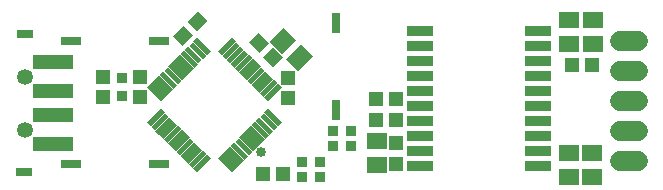
<source format=gts>
G75*
%MOIN*%
%OFA0B0*%
%FSLAX24Y24*%
%IPPOS*%
%LPD*%
%AMOC8*
5,1,8,0,0,1.08239X$1,22.5*
%
%ADD10R,0.0860X0.0320*%
%ADD11R,0.0485X0.0473*%
%ADD12R,0.0690X0.0572*%
%ADD13R,0.0454X0.0493*%
%ADD14R,0.0178X0.0651*%
%ADD15R,0.0651X0.0178*%
%ADD16R,0.0493X0.0454*%
%ADD17R,0.0572X0.0690*%
%ADD18R,0.0690X0.0310*%
%ADD19R,0.0375X0.0375*%
%ADD20C,0.0532*%
%ADD21R,0.1320X0.0454*%
%ADD22R,0.0560X0.0310*%
%ADD23R,0.0310X0.0690*%
%ADD24C,0.0336*%
%ADD25C,0.0660*%
D10*
X020226Y001931D03*
X020226Y002431D03*
X020226Y002931D03*
X020226Y003431D03*
X020226Y003931D03*
X020226Y004431D03*
X020226Y004931D03*
X020226Y005431D03*
X020226Y005931D03*
X020226Y006431D03*
X024186Y006431D03*
X024186Y005931D03*
X024186Y005431D03*
X024186Y004931D03*
X024186Y004431D03*
X024186Y003931D03*
X024186Y003431D03*
X024186Y002931D03*
X024186Y002431D03*
X024186Y001931D03*
D11*
X019450Y002026D03*
X019450Y002715D03*
X019450Y003482D03*
X018781Y003482D03*
X018781Y004171D03*
X019450Y004171D03*
D12*
X018820Y002764D03*
X018820Y001976D03*
X025198Y001583D03*
X025986Y001583D03*
X025986Y002370D03*
X025198Y002370D03*
X025198Y006016D03*
X026025Y006016D03*
X026025Y006803D03*
X025198Y006803D03*
D13*
X025297Y005323D03*
X025966Y005323D03*
X015828Y004870D03*
X015828Y004201D03*
X010907Y004240D03*
X010907Y004909D03*
X015021Y001681D03*
X015691Y001681D03*
D14*
G36*
X013136Y002328D02*
X013262Y002202D01*
X012804Y001744D01*
X012678Y001870D01*
X013136Y002328D01*
G37*
G36*
X012997Y002467D02*
X013123Y002341D01*
X012665Y001883D01*
X012539Y002009D01*
X012997Y002467D01*
G37*
G36*
X012857Y002606D02*
X012983Y002480D01*
X012525Y002022D01*
X012399Y002148D01*
X012857Y002606D01*
G37*
G36*
X012718Y002745D02*
X012844Y002619D01*
X012386Y002161D01*
X012260Y002287D01*
X012718Y002745D01*
G37*
G36*
X012579Y002884D02*
X012705Y002758D01*
X012247Y002300D01*
X012121Y002426D01*
X012579Y002884D01*
G37*
G36*
X012301Y003163D02*
X012427Y003037D01*
X011969Y002579D01*
X011843Y002705D01*
X012301Y003163D01*
G37*
G36*
X012022Y003441D02*
X012148Y003315D01*
X011690Y002857D01*
X011564Y002983D01*
X012022Y003441D01*
G37*
G36*
X011883Y003580D02*
X012009Y003454D01*
X011551Y002996D01*
X011425Y003122D01*
X011883Y003580D01*
G37*
G36*
X011744Y003719D02*
X011870Y003593D01*
X011412Y003135D01*
X011286Y003261D01*
X011744Y003719D01*
G37*
G36*
X011605Y003859D02*
X011731Y003733D01*
X011273Y003275D01*
X011147Y003401D01*
X011605Y003859D01*
G37*
G36*
X012161Y003302D02*
X012287Y003176D01*
X011829Y002718D01*
X011703Y002844D01*
X012161Y003302D01*
G37*
G36*
X012440Y003023D02*
X012566Y002897D01*
X012108Y002439D01*
X011982Y002565D01*
X012440Y003023D01*
G37*
G36*
X015502Y004694D02*
X015628Y004568D01*
X015170Y004110D01*
X015044Y004236D01*
X015502Y004694D01*
G37*
G36*
X015363Y004833D02*
X015489Y004707D01*
X015031Y004249D01*
X014905Y004375D01*
X015363Y004833D01*
G37*
G36*
X015085Y005111D02*
X015211Y004985D01*
X014753Y004527D01*
X014627Y004653D01*
X015085Y005111D01*
G37*
G36*
X014945Y005251D02*
X015071Y005125D01*
X014613Y004667D01*
X014487Y004793D01*
X014945Y005251D01*
G37*
G36*
X014667Y005529D02*
X014793Y005403D01*
X014335Y004945D01*
X014209Y005071D01*
X014667Y005529D01*
G37*
G36*
X014389Y005807D02*
X014515Y005681D01*
X014057Y005223D01*
X013931Y005349D01*
X014389Y005807D01*
G37*
G36*
X014110Y006086D02*
X014236Y005960D01*
X013778Y005502D01*
X013652Y005628D01*
X014110Y006086D01*
G37*
G36*
X013971Y006225D02*
X014097Y006099D01*
X013639Y005641D01*
X013513Y005767D01*
X013971Y006225D01*
G37*
G36*
X014249Y005947D02*
X014375Y005821D01*
X013917Y005363D01*
X013791Y005489D01*
X014249Y005947D01*
G37*
G36*
X014528Y005668D02*
X014654Y005542D01*
X014196Y005084D01*
X014070Y005210D01*
X014528Y005668D01*
G37*
G36*
X014806Y005390D02*
X014932Y005264D01*
X014474Y004806D01*
X014348Y004932D01*
X014806Y005390D01*
G37*
G36*
X015224Y004972D02*
X015350Y004846D01*
X014892Y004388D01*
X014766Y004514D01*
X015224Y004972D01*
G37*
D15*
G36*
X012525Y005947D02*
X012983Y005489D01*
X012857Y005363D01*
X012399Y005821D01*
X012525Y005947D01*
G37*
G36*
X012665Y006086D02*
X013123Y005628D01*
X012997Y005502D01*
X012539Y005960D01*
X012665Y006086D01*
G37*
G36*
X012804Y006225D02*
X013262Y005767D01*
X013136Y005641D01*
X012678Y006099D01*
X012804Y006225D01*
G37*
G36*
X012386Y005807D02*
X012844Y005349D01*
X012718Y005223D01*
X012260Y005681D01*
X012386Y005807D01*
G37*
G36*
X012247Y005668D02*
X012705Y005210D01*
X012579Y005084D01*
X012121Y005542D01*
X012247Y005668D01*
G37*
G36*
X012108Y005529D02*
X012566Y005071D01*
X012440Y004945D01*
X011982Y005403D01*
X012108Y005529D01*
G37*
G36*
X011969Y005390D02*
X012427Y004932D01*
X012301Y004806D01*
X011843Y005264D01*
X011969Y005390D01*
G37*
G36*
X011829Y005251D02*
X012287Y004793D01*
X012161Y004667D01*
X011703Y005125D01*
X011829Y005251D01*
G37*
G36*
X011690Y005111D02*
X012148Y004653D01*
X012022Y004527D01*
X011564Y004985D01*
X011690Y005111D01*
G37*
G36*
X011551Y004972D02*
X012009Y004514D01*
X011883Y004388D01*
X011425Y004846D01*
X011551Y004972D01*
G37*
G36*
X011412Y004833D02*
X011870Y004375D01*
X011744Y004249D01*
X011286Y004707D01*
X011412Y004833D01*
G37*
G36*
X011273Y004694D02*
X011731Y004236D01*
X011605Y004110D01*
X011147Y004568D01*
X011273Y004694D01*
G37*
G36*
X015170Y003859D02*
X015628Y003401D01*
X015502Y003275D01*
X015044Y003733D01*
X015170Y003859D01*
G37*
G36*
X015031Y003719D02*
X015489Y003261D01*
X015363Y003135D01*
X014905Y003593D01*
X015031Y003719D01*
G37*
G36*
X014892Y003580D02*
X015350Y003122D01*
X015224Y002996D01*
X014766Y003454D01*
X014892Y003580D01*
G37*
G36*
X014753Y003441D02*
X015211Y002983D01*
X015085Y002857D01*
X014627Y003315D01*
X014753Y003441D01*
G37*
G36*
X014613Y003302D02*
X015071Y002844D01*
X014945Y002718D01*
X014487Y003176D01*
X014613Y003302D01*
G37*
G36*
X014474Y003163D02*
X014932Y002705D01*
X014806Y002579D01*
X014348Y003037D01*
X014474Y003163D01*
G37*
G36*
X014335Y003023D02*
X014793Y002565D01*
X014667Y002439D01*
X014209Y002897D01*
X014335Y003023D01*
G37*
G36*
X014196Y002884D02*
X014654Y002426D01*
X014528Y002300D01*
X014070Y002758D01*
X014196Y002884D01*
G37*
G36*
X014057Y002745D02*
X014515Y002287D01*
X014389Y002161D01*
X013931Y002619D01*
X014057Y002745D01*
G37*
G36*
X013917Y002606D02*
X014375Y002148D01*
X014249Y002022D01*
X013791Y002480D01*
X013917Y002606D01*
G37*
G36*
X013778Y002467D02*
X014236Y002009D01*
X014110Y001883D01*
X013652Y002341D01*
X013778Y002467D01*
G37*
G36*
X013639Y002328D02*
X014097Y001870D01*
X013971Y001744D01*
X013513Y002202D01*
X013639Y002328D01*
G37*
D16*
X009687Y004240D03*
X009687Y004909D03*
G36*
X012690Y006304D02*
X012343Y005957D01*
X012022Y006278D01*
X012369Y006625D01*
X012690Y006304D01*
G37*
G36*
X013163Y006777D02*
X012816Y006430D01*
X012495Y006751D01*
X012842Y007098D01*
X013163Y006777D01*
G37*
G36*
X014880Y005721D02*
X014533Y006068D01*
X014854Y006389D01*
X015201Y006042D01*
X014880Y005721D01*
G37*
G36*
X015353Y005248D02*
X015006Y005595D01*
X015327Y005916D01*
X015674Y005569D01*
X015353Y005248D01*
G37*
D17*
G36*
X016184Y005110D02*
X015779Y005515D01*
X016266Y006002D01*
X016671Y005597D01*
X016184Y005110D01*
G37*
G36*
X015627Y005667D02*
X015222Y006072D01*
X015709Y006559D01*
X016114Y006154D01*
X015627Y005667D01*
G37*
D18*
X011537Y006110D03*
X008624Y006110D03*
X008624Y002016D03*
X011537Y002016D03*
D19*
X016320Y002094D03*
X016911Y002094D03*
X016911Y001583D03*
X016320Y001583D03*
X017344Y002606D03*
X017935Y002606D03*
X017935Y003118D03*
X017344Y003118D03*
X010317Y004279D03*
X010317Y004870D03*
D20*
X007088Y004929D03*
X007088Y003157D03*
D21*
X007994Y002665D03*
X007994Y003650D03*
X007994Y004437D03*
X007994Y005421D03*
D22*
X007049Y001740D03*
X007069Y006346D03*
D23*
X017443Y006724D03*
X017443Y003810D03*
D24*
X014954Y002417D03*
D25*
X026906Y002102D02*
X027506Y002102D01*
X027506Y003102D02*
X026906Y003102D01*
X026906Y004102D02*
X027506Y004102D01*
X027506Y005102D02*
X026906Y005102D01*
X026906Y006102D02*
X027506Y006102D01*
M02*

</source>
